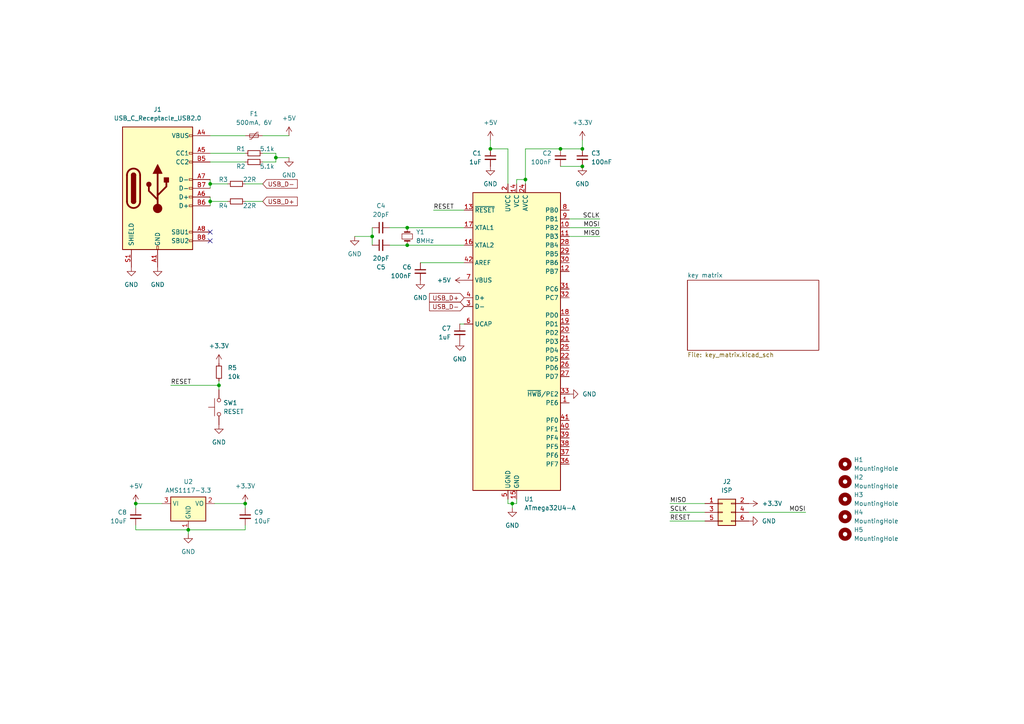
<source format=kicad_sch>
(kicad_sch (version 20230121) (generator eeschema)
  (paper "A4")
  (lib_symbols
    (symbol "Connector:USB_C_Receptacle_USB2.0" (pin_names (offset 1.016))
      (property "Reference" "J" (at -10.16 19.05 0))
      (property "Value" "USB_C_Receptacle_USB2.0" (at 19.05 19.05 0))
      (symbol "USB_C_Receptacle_USB2.0_0_0"
        (rectangle (start -0.254 -17.78) (end 0.254 -16.764))
        (rectangle (start 10.16 -14.986) (end 9.144 -15.494))
        (rectangle (start 10.16 -12.446) (end 9.144 -12.954))
        (rectangle (start 10.16 -4.826) (end 9.144 -5.334))
        (rectangle (start 10.16 -2.286) (end 9.144 -2.794))
        (rectangle (start 10.16 0.254) (end 9.144 -0.254))
        (rectangle (start 10.16 2.794) (end 9.144 2.286))
        (rectangle (start 10.16 7.874) (end 9.144 7.366))
        (rectangle (start 10.16 10.414) (end 9.144 9.906))
        (rectangle (start 10.16 15.494) (end 9.144 14.986))
      )
      (symbol "USB_C_Receptacle_USB2.0_0_1"
        (rectangle (start -10.16 17.78) (end 10.16 -17.78) (stroke (width 0.254)) (fill (type background)))
        (arc (start -8.89 -3.81) (mid -6.985 -5.7067) (end -5.08 -3.81) (stroke (width 0.508)))
        (arc (start -7.62 -3.81) (mid -6.985 -4.4423) (end -6.35 -3.81) (stroke (width 0.254)))
        (arc (start -7.62 -3.81) (mid -6.985 -4.4423) (end -6.35 -3.81) (stroke (width 0.254)) (fill (type outline)))
        (rectangle (start -7.62 -3.81) (end -6.35 3.81) (stroke (width 0.254)) (fill (type outline)))
        (arc (start -6.35 3.81) (mid -6.985 4.4423) (end -7.62 3.81) (stroke (width 0.254)))
        (arc (start -6.35 3.81) (mid -6.985 4.4423) (end -7.62 3.81) (stroke (width 0.254)) (fill (type outline)))
        (arc (start -5.08 3.81) (mid -6.985 5.7067) (end -8.89 3.81) (stroke (width 0.508)))
        (circle (center -2.54 1.143) (radius 0.635) (stroke (width 0.254)) (fill (type outline)))
        (circle (center 0 -5.842) (radius 1.27) (fill (type outline)))
        (polyline (pts (xy -8.89 -3.81) (xy -8.89 3.81)) (stroke (width 0.508)))
        (polyline (pts (xy -5.08 3.81) (xy -5.08 -3.81)) (stroke (width 0.508)))
        (polyline (pts (xy 0 -5.842) (xy 0 4.318)) (stroke (width 0.508)))
        (polyline (pts (xy 0 -3.302) (xy -2.54 -0.762) (xy -2.54 0.508)) (stroke (width 0.508)))
        (polyline (pts (xy 0 -2.032) (xy 2.54 0.508) (xy 2.54 1.778)) (stroke (width 0.508)))
        (polyline (pts (xy -1.27 4.318) (xy 0 6.858) (xy 1.27 4.318) (xy -1.27 4.318)) (stroke (width 0.254)) (fill (type outline)))
        (rectangle (start 1.905 1.778) (end 3.175 3.048) (stroke (width 0.254)) (fill (type outline)))
      )
      (symbol "USB_C_Receptacle_USB2.0_1_1"
        (pin passive line (at 0 -22.86 90) (length 5.08) (name "GND") (number "A1"))
        (pin passive line (at 0 -22.86 90) (length 5.08) hide (name "GND") (number "A12"))
        (pin passive line (at 15.24 15.24 180) (length 5.08) (name "VBUS") (number "A4"))
        (pin bidirectional line (at 15.24 10.16 180) (length 5.08) (name "CC1") (number "A5"))
        (pin bidirectional line (at 15.24 -2.54 180) (length 5.08) (name "D+") (number "A6"))
        (pin bidirectional line (at 15.24 2.54 180) (length 5.08) (name "D-") (number "A7"))
        (pin bidirectional line (at 15.24 -12.7 180) (length 5.08) (name "SBU1") (number "A8"))
        (pin passive line (at 15.24 15.24 180) (length 5.08) hide (name "VBUS") (number "A9"))
        (pin passive line (at 0 -22.86 90) (length 5.08) hide (name "GND") (number "B1"))
        (pin passive line (at 0 -22.86 90) (length 5.08) hide (name "GND") (number "B12"))
        (pin passive line (at 15.24 15.24 180) (length 5.08) hide (name "VBUS") (number "B4"))
        (pin bidirectional line (at 15.24 7.62 180) (length 5.08) (name "CC2") (number "B5"))
        (pin bidirectional line (at 15.24 -5.08 180) (length 5.08) (name "D+") (number "B6"))
        (pin bidirectional line (at 15.24 0 180) (length 5.08) (name "D-") (number "B7"))
        (pin bidirectional line (at 15.24 -15.24 180) (length 5.08) (name "SBU2") (number "B8"))
        (pin passive line (at 15.24 15.24 180) (length 5.08) hide (name "VBUS") (number "B9"))
        (pin passive line (at -7.62 -22.86 90) (length 5.08) (name "SHIELD") (number "S1"))
      )
    )
    (symbol "Connector_Generic:Conn_02x03_Odd_Even" (pin_names (offset 1.016) hide)
      (property "Reference" "J" (at 1.27 5.08 0))
      (property "Value" "Conn_02x03_Odd_Even" (at 1.27 -5.08 0))
      (symbol "Conn_02x03_Odd_Even_1_1"
        (rectangle (start -1.27 -2.413) (end 0 -2.667) (stroke (width 0.1524)))
        (rectangle (start -1.27 0.127) (end 0 -0.127) (stroke (width 0.1524)))
        (rectangle (start -1.27 2.667) (end 0 2.413) (stroke (width 0.1524)))
        (rectangle (start -1.27 3.81) (end 3.81 -3.81) (stroke (width 0.254)) (fill (type background)))
        (rectangle (start 3.81 -2.413) (end 2.54 -2.667) (stroke (width 0.1524)))
        (rectangle (start 3.81 0.127) (end 2.54 -0.127) (stroke (width 0.1524)))
        (rectangle (start 3.81 2.667) (end 2.54 2.413) (stroke (width 0.1524)))
        (pin passive line (at -5.08 2.54 0) (length 3.81) (name "Pin_1") (number "1"))
        (pin passive line (at 7.62 2.54 180) (length 3.81) (name "Pin_2") (number "2"))
        (pin passive line (at -5.08 0 0) (length 3.81) (name "Pin_3") (number "3"))
        (pin passive line (at 7.62 0 180) (length 3.81) (name "Pin_4") (number "4"))
        (pin passive line (at -5.08 -2.54 0) (length 3.81) (name "Pin_5") (number "5"))
        (pin passive line (at 7.62 -2.54 180) (length 3.81) (name "Pin_6") (number "6"))
      )
    )
    (symbol "Device:C_Small" (pin_numbers hide) (pin_names (offset 0.254) hide)
      (property "Reference" "C" (at 0.254 1.778 0))
      (property "Value" "C_Small" (at 0.254 -2.032 0))
      (symbol "C_Small_0_1"
        (polyline (pts (xy -1.524 -0.508) (xy 1.524 -0.508)) (stroke (width 0.3302)))
        (polyline (pts (xy -1.524 0.508) (xy 1.524 0.508)) (stroke (width 0.3048)))
      )
      (symbol "C_Small_1_1"
        (pin passive line (at 0 2.54 270) (length 2.032) (name "~") (number "1"))
        (pin passive line (at 0 -2.54 90) (length 2.032) (name "~") (number "2"))
      )
    )
    (symbol "Device:Crystal_Small" (pin_numbers hide) (pin_names (offset 1.016) hide)
      (property "Reference" "Y" (at 0 2.54 0))
      (property "Value" "Crystal_Small" (at 0 -2.54 0))
      (symbol "Crystal_Small_0_1"
        (rectangle (start -0.762 -1.524) (end 0.762 1.524))
        (polyline (pts (xy -1.27 -0.762) (xy -1.27 0.762)) (stroke (width 0.381)))
        (polyline (pts (xy 1.27 -0.762) (xy 1.27 0.762)) (stroke (width 0.381)))
      )
      (symbol "Crystal_Small_1_1"
        (pin passive line (at -2.54 0 0) (length 1.27) (name "1") (number "1"))
        (pin passive line (at 2.54 0 180) (length 1.27) (name "2") (number "2"))
      )
    )
    (symbol "Device:Polyfuse_Small" (pin_numbers hide) (pin_names (offset 0))
      (property "Reference" "F" (at -1.905 0 90))
      (property "Value" "Polyfuse_Small" (at 1.905 0 90))
      (symbol "Polyfuse_Small_0_1"
        (rectangle (start -0.508 1.27) (end 0.508 -1.27))
        (polyline (pts (xy 0 2.54) (xy 0 -2.54)))
        (polyline (pts (xy -1.016 1.27) (xy -1.016 0.762) (xy 1.016 -0.762) (xy 1.016 -1.27)))
      )
      (symbol "Polyfuse_Small_1_1"
        (pin passive line (at 0 2.54 270) (length 0.635) (name "~") (number "1"))
        (pin passive line (at 0 -2.54 90) (length 0.635) (name "~") (number "2"))
      )
    )
    (symbol "Device:R_Small" (pin_numbers hide) (pin_names (offset 0.254) hide)
      (property "Reference" "R" (at 0.762 0.508 0))
      (property "Value" "R_Small" (at 0.762 -1.016 0))
      (symbol "R_Small_0_1"
        (rectangle (start -0.762 1.778) (end 0.762 -1.778) (stroke (width 0.2032)))
      )
      (symbol "R_Small_1_1"
        (pin passive line (at 0 2.54 270) (length 0.762) (name "~") (number "1"))
        (pin passive line (at 0 -2.54 90) (length 0.762) (name "~") (number "2"))
      )
    )
    (symbol "MCU_Microchip_ATmega:ATmega32U4-A"
      (property "Reference" "U" (at -12.7 44.45 0))
      (property "Value" "ATmega32U4-A" (at 2.54 -44.45 0))
      (symbol "ATmega32U4-A_0_1"
        (rectangle (start -12.7 -43.18) (end 12.7 43.18) (stroke (width 0.254)) (fill (type background)))
      )
      (symbol "ATmega32U4-A_1_1"
        (pin bidirectional line (at 15.24 -17.78 180) (length 2.54) (name "PE6") (number "1"))
        (pin bidirectional line (at 15.24 33.02 180) (length 2.54) (name "PB2") (number "10"))
        (pin bidirectional line (at 15.24 30.48 180) (length 2.54) (name "PB3") (number "11"))
        (pin bidirectional line (at 15.24 20.32 180) (length 2.54) (name "PB7") (number "12"))
        (pin input line (at -15.24 38.1 0) (length 2.54) (name "~{RESET}") (number "13"))
        (pin power_in line (at 0 45.72 270) (length 2.54) (name "VCC") (number "14"))
        (pin power_in line (at 0 -45.72 90) (length 2.54) (name "GND") (number "15"))
        (pin output line (at -15.24 27.94 0) (length 2.54) (name "XTAL2") (number "16"))
        (pin input line (at -15.24 33.02 0) (length 2.54) (name "XTAL1") (number "17"))
        (pin bidirectional line (at 15.24 7.62 180) (length 2.54) (name "PD0") (number "18"))
        (pin bidirectional line (at 15.24 5.08 180) (length 2.54) (name "PD1") (number "19"))
        (pin power_in line (at -2.54 45.72 270) (length 2.54) (name "UVCC") (number "2"))
        (pin bidirectional line (at 15.24 2.54 180) (length 2.54) (name "PD2") (number "20"))
        (pin bidirectional line (at 15.24 0 180) (length 2.54) (name "PD3") (number "21"))
        (pin bidirectional line (at 15.24 -5.08 180) (length 2.54) (name "PD5") (number "22"))
        (pin passive line (at 0 -45.72 90) (length 2.54) hide (name "GND") (number "23"))
        (pin power_in line (at 2.54 45.72 270) (length 2.54) (name "AVCC") (number "24"))
        (pin bidirectional line (at 15.24 -2.54 180) (length 2.54) (name "PD4") (number "25"))
        (pin bidirectional line (at 15.24 -7.62 180) (length 2.54) (name "PD6") (number "26"))
        (pin bidirectional line (at 15.24 -10.16 180) (length 2.54) (name "PD7") (number "27"))
        (pin bidirectional line (at 15.24 27.94 180) (length 2.54) (name "PB4") (number "28"))
        (pin bidirectional line (at 15.24 25.4 180) (length 2.54) (name "PB5") (number "29"))
        (pin bidirectional line (at -15.24 10.16 0) (length 2.54) (name "D-") (number "3"))
        (pin bidirectional line (at 15.24 22.86 180) (length 2.54) (name "PB6") (number "30"))
        (pin bidirectional line (at 15.24 15.24 180) (length 2.54) (name "PC6") (number "31"))
        (pin bidirectional line (at 15.24 12.7 180) (length 2.54) (name "PC7") (number "32"))
        (pin bidirectional line (at 15.24 -15.24 180) (length 2.54) (name "~{HWB}/PE2") (number "33"))
        (pin passive line (at 0 45.72 270) (length 2.54) hide (name "VCC") (number "34"))
        (pin passive line (at 0 -45.72 90) (length 2.54) hide (name "GND") (number "35"))
        (pin bidirectional line (at 15.24 -35.56 180) (length 2.54) (name "PF7") (number "36"))
        (pin bidirectional line (at 15.24 -33.02 180) (length 2.54) (name "PF6") (number "37"))
        (pin bidirectional line (at 15.24 -30.48 180) (length 2.54) (name "PF5") (number "38"))
        (pin bidirectional line (at 15.24 -27.94 180) (length 2.54) (name "PF4") (number "39"))
        (pin bidirectional line (at -15.24 12.7 0) (length 2.54) (name "D+") (number "4"))
        (pin bidirectional line (at 15.24 -25.4 180) (length 2.54) (name "PF1") (number "40"))
        (pin bidirectional line (at 15.24 -22.86 180) (length 2.54) (name "PF0") (number "41"))
        (pin passive line (at -15.24 22.86 0) (length 2.54) (name "AREF") (number "42"))
        (pin passive line (at 0 -45.72 90) (length 2.54) hide (name "GND") (number "43"))
        (pin passive line (at 2.54 45.72 270) (length 2.54) hide (name "AVCC") (number "44"))
        (pin passive line (at -2.54 -45.72 90) (length 2.54) (name "UGND") (number "5"))
        (pin passive line (at -15.24 5.08 0) (length 2.54) (name "UCAP") (number "6"))
        (pin input line (at -15.24 17.78 0) (length 2.54) (name "VBUS") (number "7"))
        (pin bidirectional line (at 15.24 38.1 180) (length 2.54) (name "PB0") (number "8"))
        (pin bidirectional line (at 15.24 35.56 180) (length 2.54) (name "PB1") (number "9"))
      )
    )
    (symbol "Mechanical:MountingHole" (pin_names (offset 1.016))
      (property "Reference" "H" (at 0 5.08 0))
      (property "Value" "MountingHole" (at 0 3.175 0))
      (symbol "MountingHole_0_1"
        (circle (center 0 0) (radius 1.27) (stroke (width 1.27)))
      )
    )
    (symbol "Regulator_Linear:AMS1117-3.3"
      (property "Reference" "U" (at -3.81 3.175 0))
      (property "Value" "AMS1117-3.3" (at 0 3.175 0))
      (symbol "AMS1117-3.3_0_1"
        (rectangle (start -5.08 -5.08) (end 5.08 1.905) (stroke (width 0.254)) (fill (type background)))
      )
      (symbol "AMS1117-3.3_1_1"
        (pin power_in line (at 0 -7.62 90) (length 2.54) (name "GND") (number "1"))
        (pin power_out line (at 7.62 0 180) (length 2.54) (name "VO") (number "2"))
        (pin power_in line (at -7.62 0 0) (length 2.54) (name "VI") (number "3"))
      )
    )
    (symbol "Switch:SW_Push" (pin_numbers hide) (pin_names (offset 1.016) hide)
      (property "Reference" "SW" (at 1.27 2.54 0))
      (property "Value" "SW_Push" (at 0 -1.524 0))
      (symbol "SW_Push_0_1"
        (circle (center -2.032 0) (radius 0.508))
        (polyline (pts (xy 0 1.27) (xy 0 3.048)))
        (polyline (pts (xy 2.54 1.27) (xy -2.54 1.27)))
        (circle (center 2.032 0) (radius 0.508))
        (pin passive line (at -5.08 0 0) (length 2.54) (name "1") (number "1"))
        (pin passive line (at 5.08 0 180) (length 2.54) (name "2") (number "2"))
      )
    )
    (symbol "power:+3.3V" (power) (pin_names (offset 0))
      (property "Value" "+3.3V" (at 0 3.556 0))
      (symbol "+3.3V_0_1"
        (polyline (pts (xy -0.762 1.27) (xy 0 2.54)))
        (polyline (pts (xy 0 0) (xy 0 2.54)))
        (polyline (pts (xy 0 2.54) (xy 0.762 1.27)))
      )
      (symbol "+3.3V_1_1"
        (pin power_in line (at 0 0 90) (length 0) hide (name "+3.3V") (number "1"))
      )
    )
    (symbol "power:+5V" (power) (pin_names (offset 0))
      (property "Value" "+5V" (at 0 3.556 0))
      (symbol "+5V_0_1"
        (polyline (pts (xy -0.762 1.27) (xy 0 2.54)))
        (polyline (pts (xy 0 0) (xy 0 2.54)))
        (polyline (pts (xy 0 2.54) (xy 0.762 1.27)))
      )
      (symbol "+5V_1_1"
        (pin power_in line (at 0 0 90) (length 0) hide (name "+5V") (number "1"))
      )
    )
    (symbol "power:GND" (power) (pin_names (offset 0))
      (property "Value" "GND" (at 0 -3.81 0))
      (symbol "GND_0_1"
        (polyline (pts (xy 0 0) (xy 0 -1.27) (xy 1.27 -1.27) (xy 0 -2.54) (xy -1.27 -1.27) (xy 0 -1.27)))
      )
      (symbol "GND_1_1"
        (pin power_in line (at 0 0 270) (length 0) hide (name "GND") (number "1"))
      )
    )
  )
  (junction (at 152.4 52.07))
  (junction (at 80.01 45.72))
  (junction (at 162.56 43.18))
  (junction (at 60.96 58.42))
  (junction (at 118.11 71.12))
  (junction (at 63.5 111.76))
  (junction (at 60.96 53.34))
  (junction (at 168.91 48.26))
  (junction (at 71.12 146.05))
  (junction (at 39.37 146.05))
  (junction (at 107.95 68.58))
  (junction (at 168.91 43.18))
  (junction (at 148.59 146.05))
  (junction (at 54.61 153.67))
  (junction (at 142.24 43.18))
  (junction (at 118.11 66.04))
  (no_connect (at 60.96 69.85))
  (no_connect (at 60.96 67.31))
  (wire (pts (xy 54.61 153.67) (xy 54.61 154.94)))
  (wire (pts (xy 194.31 148.59) (xy 204.47 148.59)))
  (wire (pts (xy 80.01 44.45) (xy 80.01 45.72)))
  (wire (pts (xy 162.56 43.18) (xy 168.91 43.18)))
  (wire (pts (xy 118.11 71.12) (xy 134.62 71.12)))
  (wire (pts (xy 173.99 66.04) (xy 165.1 66.04)))
  (wire (pts (xy 80.01 46.99) (xy 76.2 46.99)))
  (wire (pts (xy 60.96 53.34) (xy 66.04 53.34)))
  (wire (pts (xy 147.32 43.18) (xy 147.32 53.34)))
  (wire (pts (xy 142.24 40.64) (xy 142.24 43.18)))
  (wire (pts (xy 71.12 147.32) (xy 71.12 146.05)))
  (wire (pts (xy 233.68 148.59) (xy 217.17 148.59)))
  (wire (pts (xy 63.5 113.03) (xy 63.5 111.76)))
  (wire (pts (xy 60.96 44.45) (xy 71.12 44.45)))
  (wire (pts (xy 149.86 52.07) (xy 152.4 52.07)))
  (wire (pts (xy 39.37 152.4) (xy 39.37 153.67)))
  (wire (pts (xy 121.92 76.2) (xy 134.62 76.2)))
  (wire (pts (xy 134.62 60.96) (xy 125.73 60.96)))
  (wire (pts (xy 83.82 39.37) (xy 76.2 39.37)))
  (wire (pts (xy 152.4 43.18) (xy 152.4 52.07)))
  (wire (pts (xy 107.95 66.04) (xy 107.95 68.58)))
  (wire (pts (xy 194.31 146.05) (xy 204.47 146.05)))
  (wire (pts (xy 113.03 66.04) (xy 118.11 66.04)))
  (wire (pts (xy 60.96 58.42) (xy 60.96 57.15)))
  (wire (pts (xy 168.91 48.26) (xy 162.56 48.26)))
  (wire (pts (xy 60.96 52.07) (xy 60.96 53.34)))
  (wire (pts (xy 80.01 45.72) (xy 80.01 46.99)))
  (wire (pts (xy 60.96 53.34) (xy 60.96 54.61)))
  (wire (pts (xy 165.1 68.58) (xy 173.99 68.58)))
  (wire (pts (xy 147.32 146.05) (xy 148.59 146.05)))
  (wire (pts (xy 71.12 58.42) (xy 76.2 58.42)))
  (wire (pts (xy 76.2 53.34) (xy 71.12 53.34)))
  (wire (pts (xy 49.53 111.76) (xy 63.5 111.76)))
  (wire (pts (xy 107.95 68.58) (xy 107.95 71.12)))
  (wire (pts (xy 149.86 144.78) (xy 149.86 146.05)))
  (wire (pts (xy 173.99 63.5) (xy 165.1 63.5)))
  (wire (pts (xy 60.96 39.37) (xy 71.12 39.37)))
  (wire (pts (xy 54.61 153.67) (xy 71.12 153.67)))
  (wire (pts (xy 113.03 71.12) (xy 118.11 71.12)))
  (wire (pts (xy 80.01 45.72) (xy 83.82 45.72)))
  (wire (pts (xy 118.11 66.04) (xy 134.62 66.04)))
  (wire (pts (xy 66.04 58.42) (xy 60.96 58.42)))
  (wire (pts (xy 39.37 153.67) (xy 54.61 153.67)))
  (wire (pts (xy 152.4 43.18) (xy 162.56 43.18)))
  (wire (pts (xy 71.12 146.05) (xy 62.23 146.05)))
  (wire (pts (xy 60.96 58.42) (xy 60.96 59.69)))
  (wire (pts (xy 168.91 40.64) (xy 168.91 43.18)))
  (wire (pts (xy 102.87 68.58) (xy 107.95 68.58)))
  (wire (pts (xy 39.37 146.05) (xy 46.99 146.05)))
  (wire (pts (xy 149.86 53.34) (xy 149.86 52.07)))
  (wire (pts (xy 152.4 52.07) (xy 152.4 53.34)))
  (wire (pts (xy 149.86 146.05) (xy 148.59 146.05)))
  (wire (pts (xy 63.5 110.49) (xy 63.5 111.76)))
  (wire (pts (xy 142.24 43.18) (xy 147.32 43.18)))
  (wire (pts (xy 194.31 151.13) (xy 204.47 151.13)))
  (wire (pts (xy 133.35 93.98) (xy 134.62 93.98)))
  (wire (pts (xy 147.32 144.78) (xy 147.32 146.05)))
  (wire (pts (xy 148.59 147.32) (xy 148.59 146.05)))
  (wire (pts (xy 80.01 44.45) (xy 76.2 44.45)))
  (wire (pts (xy 60.96 46.99) (xy 71.12 46.99)))
  (wire (pts (xy 39.37 147.32) (xy 39.37 146.05)))
  (wire (pts (xy 71.12 152.4) (xy 71.12 153.67)))
  (label "MOSI" (at 173.99 66.04 180))
  (label "MISO" (at 194.31 146.05 0))
  (label "RESET" (at 49.53 111.76 0))
  (label "SCLK" (at 194.31 148.59 0))
  (label "RESET" (at 125.73 60.96 0))
  (label "MISO" (at 173.99 68.58 180))
  (label "MOSI" (at 233.68 148.59 180))
  (label "SCLK" (at 173.99 63.5 180))
  (label "RESET" (at 194.31 151.13 0))
  (global_label "USB_D+" (shape input) (at 76.2 58.42 0) (property "Intersheetrefs" "${INTERSHEET_REFS}" (effects hide)))
  (global_label "USB_D-" (shape input) (at 134.62 88.9 180) (property "Intersheetrefs" "${INTERSHEET_REFS}" (effects hide)))
  (global_label "USB_D-" (shape input) (at 76.2 53.34 0) (property "Intersheetrefs" "${INTERSHEET_REFS}" (effects hide)))
  (global_label "USB_D+" (shape input) (at 134.62 86.36 180) (property "Intersheetrefs" "${INTERSHEET_REFS}" (effects hide)))
  (symbol (lib_id "power:+5V") (at 142.24 40.64 0) (unit 1)
    (property "Reference" "#PWR02" (effects hide))
    (property "Value" "+5V" (at 142.24 35.56 0))
  )
  (symbol (lib_id "power:GND") (at 45.72 77.47 0) (unit 1)
    (property "Reference" "#PWR09" (effects hide))
    (property "Value" "GND" (at 45.72 82.55 0))
  )
  (symbol (lib_id "Mechanical:MountingHole") (at 245.11 139.7 0) (unit 1)
    (property "Reference" "H2" (at 247.65 138.43 0) (effects (justify left)))
    (property "Value" "MountingHole" (at 247.65 140.97 0) (effects (justify left)))
    (property "Footprint" "MountingHole:MountingHole_3.2mm_M3" (effects hide))
  )
  (symbol (lib_id "Device:C_Small") (at 133.35 96.52 0) (unit 1)
    (property "Reference" "C7" (at 130.81 95.2563 0) (effects (justify right)))
    (property "Value" "1uF" (at 130.81 97.7963 0) (effects (justify right)))
    (property "Footprint" "Capacitor_SMD:C_0603_1608Metric" (effects hide))
  )
  (symbol (lib_id "power:+3.3V") (at 168.91 40.64 0) (unit 1)
    (property "Reference" "#PWR03" (effects hide))
    (property "Value" "+3.3V" (at 168.91 35.56 0))
  )
  (symbol (lib_id "Device:Polyfuse_Small") (at 73.66 39.37 90) (unit 1)
    (property "Reference" "F1" (at 73.66 33.02 90))
    (property "Value" "500mA, 6V" (at 73.66 35.56 90))
    (property "Footprint" "Fuse:Fuse_0805_2012Metric" (effects hide))
  )
  (symbol (lib_id "Switch:SW_Push") (at 63.5 118.11 90) (unit 1)
    (property "Reference" "SW1" (at 64.77 116.84 90) (effects (justify right)))
    (property "Value" "RESET" (at 64.77 119.38 90) (effects (justify right)))
    (property "Footprint" "Button_Switch_SMD:SW_SPST_CK_RS282G05A3" (effects hide))
  )
  (symbol (lib_id "Device:R_Small") (at 63.5 107.95 0) (mirror y) (unit 1)
    (property "Reference" "R5" (at 66.04 106.68 0) (effects (justify right)))
    (property "Value" "10k" (at 66.04 109.22 0) (effects (justify right)))
    (property "Footprint" "Resistor_SMD:R_0603_1608Metric" (effects hide))
  )
  (symbol (lib_id "power:GND") (at 133.35 99.06 0) (unit 1)
    (property "Reference" "#PWR012" (effects hide))
    (property "Value" "GND" (at 133.35 104.14 0))
  )
  (symbol (lib_id "Device:Crystal_Small") (at 118.11 68.58 90) (unit 1)
    (property "Reference" "Y1" (at 120.65 67.31 90) (effects (justify right)))
    (property "Value" "8MHz" (at 120.65 69.85 90) (effects (justify right)))
    (property "Footprint" "Crystal:Crystal_SMD_3215-2Pin_3.2x1.5mm" (effects hide))
  )
  (symbol (lib_id "Mechanical:MountingHole") (at 245.11 134.62 0) (unit 1)
    (property "Reference" "H1" (at 247.65 133.35 0) (effects (justify left)))
    (property "Value" "MountingHole" (at 247.65 135.89 0) (effects (justify left)))
    (property "Footprint" "MountingHole:MountingHole_3.2mm_M3" (effects hide))
  )
  (symbol (lib_id "Device:C_Small") (at 121.92 78.74 0) (unit 1)
    (property "Reference" "C6" (at 119.38 77.4763 0) (effects (justify right)))
    (property "Value" "100nF" (at 119.38 80.0163 0) (effects (justify right)))
    (property "Footprint" "Capacitor_SMD:C_0603_1608Metric" (effects hide))
  )
  (symbol (lib_id "power:+3.3V") (at 217.17 146.05 270) (unit 1)
    (property "Reference" "#PWR020" (effects hide))
    (property "Value" "+3.3V" (at 220.98 146.05 90) (effects (justify left)))
  )
  (symbol (lib_id "power:GND") (at 83.82 45.72 0) (unit 1)
    (property "Reference" "#PWR04" (effects hide))
    (property "Value" "GND" (at 83.82 50.8 0))
  )
  (symbol (lib_id "MCU_Microchip_ATmega:ATmega32U4-A") (at 149.86 99.06 0) (unit 1)
    (property "Reference" "U1" (at 152.0541 144.78 0) (effects (justify left)))
    (property "Value" "ATmega32U4-A" (at 152.0541 147.32 0) (effects (justify left)))
    (property "Footprint" "Package_QFP:TQFP-44_10x10mm_P0.8mm" (effects hide))
    (property "Datasheet" "http://ww1.microchip.com/downloads/en/DeviceDoc/Atmel-7766-8-bit-AVR-ATmega16U4-32U4_Datasheet.pdf" (effects hide))
  )
  (symbol (lib_id "Device:C_Small") (at 110.49 66.04 90) (unit 1)
    (property "Reference" "C4" (at 110.4963 59.69 90))
    (property "Value" "20pF" (at 110.4963 62.23 90))
    (property "Footprint" "Capacitor_SMD:C_0603_1608Metric" (effects hide))
  )
  (symbol (lib_id "power:GND") (at 54.61 154.94 0) (unit 1)
    (property "Reference" "#PWR019" (effects hide))
    (property "Value" "GND" (at 54.61 160.02 0))
  )
  (symbol (lib_id "Device:R_Small") (at 73.66 46.99 270) (unit 1)
    (property "Reference" "R2" (at 69.85 48.26 90))
    (property "Value" "5.1k" (at 77.47 48.26 90))
    (property "Footprint" "Resistor_SMD:R_0603_1608Metric" (effects hide))
  )
  (symbol (lib_id "power:+3.3V") (at 63.5 105.41 0) (unit 1)
    (property "Reference" "#PWR013" (effects hide))
    (property "Value" "+3.3V" (at 63.5 100.33 0))
  )
  (symbol (lib_id "Regulator_Linear:AMS1117-3.3") (at 54.61 146.05 0) (unit 1)
    (property "Reference" "U2" (at 54.61 139.7 0))
    (property "Value" "AMS1117-3.3" (at 54.61 142.24 0))
    (property "Footprint" "Package_TO_SOT_SMD:SOT-223-3_TabPin2" (effects hide))
    (property "Datasheet" "http://www.advanced-monolithic.com/pdf/ds1117.pdf" (effects hide))
  )
  (symbol (lib_id "Device:C_Small") (at 110.49 71.12 90) (mirror x) (unit 1)
    (property "Reference" "C5" (at 110.4963 77.47 90))
    (property "Value" "20pF" (at 110.4963 74.93 90))
    (property "Footprint" "Capacitor_SMD:C_0603_1608Metric" (effects hide))
  )
  (symbol (lib_id "power:GND") (at 168.91 48.26 0) (unit 1)
    (property "Reference" "#PWR06" (effects hide))
    (property "Value" "GND" (at 168.91 53.34 0))
  )
  (symbol (lib_id "Device:C_Small") (at 39.37 149.86 0) (unit 1)
    (property "Reference" "C8" (at 36.83 148.5963 0) (effects (justify right)))
    (property "Value" "10uF" (at 36.83 151.1363 0) (effects (justify right)))
    (property "Footprint" "Capacitor_SMD:C_0603_1608Metric" (effects hide))
  )
  (symbol (lib_id "power:GND") (at 217.17 151.13 90) (unit 1)
    (property "Reference" "#PWR021" (effects hide))
    (property "Value" "GND" (at 220.98 151.13 90) (effects (justify right)))
  )
  (symbol (lib_id "Device:R_Small") (at 73.66 44.45 90) (unit 1)
    (property "Reference" "R1" (at 69.85 43.18 90))
    (property "Value" "5.1k" (at 77.47 43.18 90))
    (property "Footprint" "Resistor_SMD:R_0603_1608Metric" (effects hide))
  )
  (symbol (lib_id "Connector_Generic:Conn_02x03_Odd_Even") (at 209.55 148.59 0) (unit 1)
    (property "Reference" "J2" (at 210.82 139.7 0))
    (property "Value" "ISP" (at 210.82 142.24 0))
    (property "Footprint" "Connector_PinHeader_2.54mm:PinHeader_2x03_P2.54mm_Vertical" (effects hide))
  )
  (symbol (lib_id "power:GND") (at 38.1 77.47 0) (unit 1)
    (property "Reference" "#PWR08" (effects hide))
    (property "Value" "GND" (at 38.1 82.55 0))
  )
  (symbol (lib_id "power:+3.3V") (at 71.12 146.05 0) (unit 1)
    (property "Reference" "#PWR017" (effects hide))
    (property "Value" "+3.3V" (at 71.12 140.97 0))
  )
  (symbol (lib_id "Mechanical:MountingHole") (at 245.11 144.78 0) (unit 1)
    (property "Reference" "H3" (at 247.65 143.51 0) (effects (justify left)))
    (property "Value" "MountingHole" (at 247.65 146.05 0) (effects (justify left)))
    (property "Footprint" "MountingHole:MountingHole_3.2mm_M3" (effects hide))
  )
  (symbol (lib_id "power:GND") (at 165.1 114.3 90) (unit 1)
    (property "Reference" "#PWR014" (effects hide))
    (property "Value" "GND" (at 168.91 114.3 90) (effects (justify right)))
  )
  (symbol (lib_id "power:+5V") (at 134.62 81.28 90) (unit 1)
    (property "Reference" "#PWR011" (effects hide))
    (property "Value" "+5V" (at 130.81 81.28 90) (effects (justify left)))
  )
  (symbol (lib_id "power:GND") (at 142.24 48.26 0) (unit 1)
    (property "Reference" "#PWR05" (effects hide))
    (property "Value" "GND" (at 142.24 53.34 0))
  )
  (symbol (lib_id "Device:C_Small") (at 168.91 45.72 0) (mirror y) (unit 1)
    (property "Reference" "C3" (at 171.45 44.4563 0) (effects (justify right)))
    (property "Value" "100nF" (at 171.45 46.9963 0) (effects (justify right)))
    (property "Footprint" "Capacitor_SMD:C_0603_1608Metric" (effects hide))
  )
  (symbol (lib_id "power:+5V") (at 83.82 39.37 0) (unit 1)
    (property "Reference" "#PWR01" (effects hide))
    (property "Value" "+5V" (at 83.82 34.29 0))
  )
  (symbol (lib_id "power:GND") (at 148.59 147.32 0) (unit 1)
    (property "Reference" "#PWR018" (effects hide))
    (property "Value" "GND" (at 148.59 152.4 0))
  )
  (symbol (lib_id "Device:C_Small") (at 71.12 149.86 0) (mirror y) (unit 1)
    (property "Reference" "C9" (at 73.66 148.5963 0) (effects (justify right)))
    (property "Value" "10uF" (at 73.66 151.1363 0) (effects (justify right)))
    (property "Footprint" "Capacitor_SMD:C_0603_1608Metric" (effects hide))
  )
  (symbol (lib_id "Device:C_Small") (at 162.56 45.72 0) (unit 1)
    (property "Reference" "C2" (at 160.02 44.4563 0) (effects (justify right)))
    (property "Value" "100nF" (at 160.02 46.9963 0) (effects (justify right)))
    (property "Footprint" "Capacitor_SMD:C_0603_1608Metric" (effects hide))
  )
  (symbol (lib_id "Connector:USB_C_Receptacle_USB2.0") (at 45.72 54.61 0) (unit 1)
    (property "Reference" "J1" (at 45.72 31.75 0))
    (property "Value" "USB_C_Receptacle_USB2.0" (at 45.72 34.29 0))
    (property "Footprint" "Connector_USB:USB_C_Receptacle_HRO_TYPE-C-31-M-12" (effects hide))
    (property "Datasheet" "https://www.usb.org/sites/default/files/documents/usb_type-c.zip" (effects hide))
  )
  (symbol (lib_id "Mechanical:MountingHole") (at 245.11 149.86 0) (unit 1)
    (property "Reference" "H4" (at 247.65 148.59 0) (effects (justify left)))
    (property "Value" "MountingHole" (at 247.65 151.13 0) (effects (justify left)))
    (property "Footprint" "MountingHole:MountingHole_3.2mm_M3" (effects hide))
  )
  (symbol (lib_id "Device:C_Small") (at 142.24 45.72 0) (unit 1)
    (property "Reference" "C1" (at 139.7 44.4563 0) (effects (justify right)))
    (property "Value" "1uF" (at 139.7 46.9963 0) (effects (justify right)))
    (property "Footprint" "Capacitor_SMD:C_0603_1608Metric" (effects hide))
  )
  (symbol (lib_id "power:GND") (at 102.87 68.58 0) (unit 1)
    (property "Reference" "#PWR07" (effects hide))
    (property "Value" "GND" (at 102.87 73.66 0))
  )
  (symbol (lib_id "Mechanical:MountingHole") (at 245.11 154.94 0) (unit 1)
    (property "Reference" "H5" (at 247.65 153.67 0) (effects (justify left)))
    (property "Value" "MountingHole" (at 247.65 156.21 0) (effects (justify left)))
    (property "Footprint" "MountingHole:MountingHole_3.2mm_M3" (effects hide))
  )
  (symbol (lib_id "power:GND") (at 63.5 123.19 0) (unit 1)
    (property "Reference" "#PWR015" (effects hide))
    (property "Value" "GND" (at 63.5 128.27 0))
  )
  (symbol (lib_id "Device:R_Small") (at 68.58 53.34 270) (mirror x) (unit 1)
    (property "Reference" "R3" (at 64.77 52.07 90))
    (property "Value" "22R" (at 72.39 52.07 90))
    (property "Footprint" "Resistor_SMD:R_0603_1608Metric" (effects hide))
  )
  (symbol (lib_id "power:+5V") (at 39.37 146.05 0) (unit 1)
    (property "Reference" "#PWR016" (effects hide))
    (property "Value" "+5V" (at 39.37 140.97 0))
  )
  (symbol (lib_id "Device:R_Small") (at 68.58 58.42 270) (unit 1)
    (property "Reference" "R4" (at 64.77 59.69 90))
    (property "Value" "22R" (at 72.39 59.69 90))
    (property "Footprint" "Resistor_SMD:R_0603_1608Metric" (effects hide))
  )
  (symbol (lib_id "power:GND") (at 121.92 81.28 0) (unit 1)
    (property "Reference" "#PWR010" (effects hide))
    (property "Value" "GND" (at 121.92 86.36 0))
  )
  (sheet (at 199.39 81.28) (size 38.1 20.32) (stroke (width 0.1524))
    (property "Sheetname" "key matrix" (at 199.39 80.5684 0) (effects (justify left bottom)))
    (property "Sheetfile" "key_matrix.kicad_sch" (at 199.39 102.1846 0) (effects (justify left top)))
  )
)
</source>
